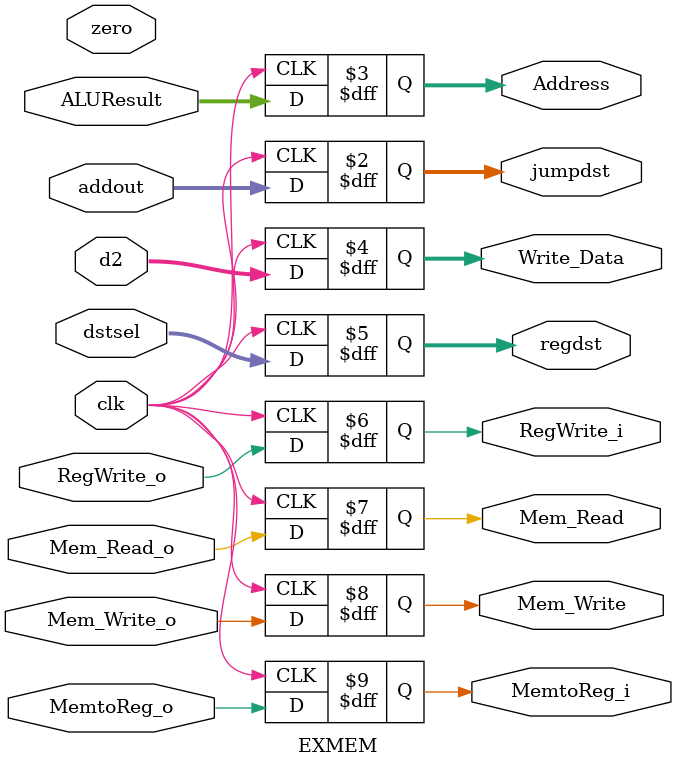
<source format=sv>
`timescale 1ns/1ns
module EXMEM(input clk, zero, input[31:0] addout, input[31:0] ALUResult, d2, input[4:0] dstsel, 
              input RegWrite_o, Mem_Read_o, Mem_Write_o, MemtoReg_o,
              output logic [31:0] jumpdst, Address, Write_Data, output logic [4:0] regdst,
              output logic RegWrite_i, Mem_Read, Mem_Write, MemtoReg_i);
  
  
  always @(posedge clk) begin
    jumpdst <= addout;
    Address <= ALUResult;
    
    Write_Data <= d2;
    regdst <= dstsel;
    RegWrite_i <= RegWrite_o;
    Mem_Read <= Mem_Read_o;
    Mem_Write <= Mem_Write_o;
    MemtoReg_i <= MemtoReg_o;
  end
endmodule
    

</source>
